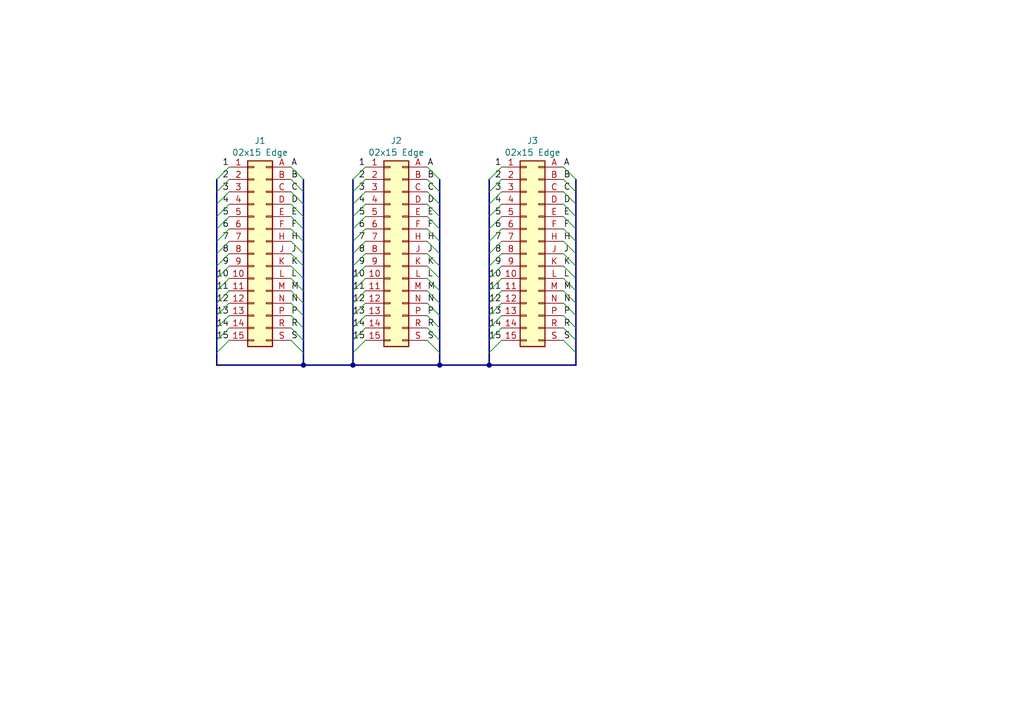
<source format=kicad_sch>
(kicad_sch (version 20231120) (generator "eeschema") (generator_version "8.0")
  (paper "A5")
  (title_block (title "Cart connector adapter for Atari 1200XL") (date "2024-10-20") (rev "1") (company "Decent Engineering"))
  (lib_symbols
    (symbol "VertiCart_Library:Conn_02x15_Atari_Cartridge_Edge" (pin_names (offset 1.016) hide)
      (property "Reference" "J1" (at 2.4822 19.812 90))
      (property "Value" "02x15 Edge" (at 0.0579 19.812 90))
      (symbol "Conn_02x15_Atari_Cartridge_Edge_1_1"
        (rectangle (start -1.27 -17.653) (end 0 -17.907) (stroke (width 0.1524)))
        (rectangle (start -1.27 -15.113) (end 0 -15.367) (stroke (width 0.1524)))
        (rectangle (start -1.27 -12.573) (end 0 -12.827) (stroke (width 0.1524)))
        (rectangle (start -1.27 -10.033) (end 0 -10.287) (stroke (width 0.1524)))
        (rectangle (start -1.27 -7.493) (end 0 -7.747) (stroke (width 0.1524)))
        (rectangle (start -1.27 -4.953) (end 0 -5.207) (stroke (width 0.1524)))
        (rectangle (start -1.27 -2.413) (end 0 -2.667) (stroke (width 0.1524)))
        (rectangle (start -1.27 0.127) (end 0 -0.127) (stroke (width 0.1524)))
        (rectangle (start -1.27 2.667) (end 0 2.413) (stroke (width 0.1524)))
        (rectangle (start -1.27 5.207) (end 0 4.953) (stroke (width 0.1524)))
        (rectangle (start -1.27 7.747) (end 0 7.493) (stroke (width 0.1524)))
        (rectangle (start -1.27 10.287) (end 0 10.033) (stroke (width 0.1524)))
        (rectangle (start -1.27 12.827) (end 0 12.573) (stroke (width 0.1524)))
        (rectangle (start -1.27 15.367) (end 0 15.113) (stroke (width 0.1524)))
        (rectangle (start -1.27 17.907) (end 0 17.653) (stroke (width 0.1524)))
        (rectangle (start -1.27 19.05) (end 3.81 -19.05) (stroke (width 0.254)) (fill (type background)))
        (rectangle (start 3.81 -17.653) (end 2.54 -17.907) (stroke (width 0.1524)))
        (rectangle (start 3.81 -15.113) (end 2.54 -15.367) (stroke (width 0.1524)))
        (rectangle (start 3.81 -12.573) (end 2.54 -12.827) (stroke (width 0.1524)))
        (rectangle (start 3.81 -10.033) (end 2.54 -10.287) (stroke (width 0.1524)))
        (rectangle (start 3.81 -7.493) (end 2.54 -7.747) (stroke (width 0.1524)))
        (rectangle (start 3.81 -4.953) (end 2.54 -5.207) (stroke (width 0.1524)))
        (rectangle (start 3.81 -2.413) (end 2.54 -2.667) (stroke (width 0.1524)))
        (rectangle (start 3.81 0.127) (end 2.54 -0.127) (stroke (width 0.1524)))
        (rectangle (start 3.81 2.667) (end 2.54 2.413) (stroke (width 0.1524)))
        (rectangle (start 3.81 5.207) (end 2.54 4.953) (stroke (width 0.1524)))
        (rectangle (start 3.81 7.747) (end 2.54 7.493) (stroke (width 0.1524)))
        (rectangle (start 3.81 10.287) (end 2.54 10.033) (stroke (width 0.1524)))
        (rectangle (start 3.81 12.827) (end 2.54 12.573) (stroke (width 0.1524)))
        (rectangle (start 3.81 15.367) (end 2.54 15.113) (stroke (width 0.1524)))
        (rectangle (start 3.81 17.907) (end 2.54 17.653) (stroke (width 0.1524)))
        (pin passive line (at -5.08 17.78 0) (length 3.81) (name "Pin_1") (number "1"))
        (pin passive line (at -5.08 -5.08 0) (length 3.81) (name "Pin_10") (number "10"))
        (pin passive line (at -5.08 -7.62 0) (length 3.81) (name "Pin_11") (number "11"))
        (pin passive line (at -5.08 -10.16 0) (length 3.81) (name "Pin_12") (number "12"))
        (pin passive line (at -5.08 -12.7 0) (length 3.81) (name "Pin_13") (number "13"))
        (pin passive line (at -5.08 -15.24 0) (length 3.81) (name "Pin_14") (number "14"))
        (pin passive line (at -5.08 -17.78 0) (length 3.81) (name "Pin_15") (number "15"))
        (pin passive line (at -5.08 15.24 0) (length 3.81) (name "Pin_2") (number "2"))
        (pin passive line (at -5.08 12.7 0) (length 3.81) (name "Pin_3") (number "3"))
        (pin passive line (at -5.08 10.16 0) (length 3.81) (name "Pin_4") (number "4"))
        (pin passive line (at -5.08 7.62 0) (length 3.81) (name "Pin_5") (number "5"))
        (pin passive line (at -5.08 5.08 0) (length 3.81) (name "Pin_6") (number "6"))
        (pin passive line (at -5.08 2.54 0) (length 3.81) (name "Pin_7") (number "7"))
        (pin passive line (at -5.08 0 0) (length 3.81) (name "Pin_8") (number "8"))
        (pin passive line (at -5.08 -2.54 0) (length 3.81) (name "Pin_9") (number "9"))
        (pin passive line (at 7.62 17.78 180) (length 3.81) (name "Pin_16") (number "A"))
        (pin passive line (at 7.62 15.24 180) (length 3.81) (name "Pin_17") (number "B"))
        (pin passive line (at 7.62 12.7 180) (length 3.81) (name "Pin_18") (number "C"))
        (pin passive line (at 7.62 10.16 180) (length 3.81) (name "Pin_19") (number "D"))
        (pin passive line (at 7.62 7.62 180) (length 3.81) (name "Pin_20") (number "E"))
        (pin passive line (at 7.62 5.08 180) (length 3.81) (name "Pin_21") (number "F"))
        (pin passive line (at 7.62 2.54 180) (length 3.81) (name "Pin_22") (number "H"))
        (pin passive line (at 7.62 0 180) (length 3.81) (name "Pin_23") (number "J"))
        (pin passive line (at 7.62 -2.54 180) (length 3.81) (name "Pin_24") (number "K"))
        (pin passive line (at 7.62 -5.08 180) (length 3.81) (name "Pin_25") (number "L"))
        (pin passive line (at 7.62 -7.62 180) (length 3.81) (name "Pin_26") (number "M"))
        (pin passive line (at 7.62 -10.16 180) (length 3.81) (name "Pin_27") (number "N"))
        (pin passive line (at 7.62 -12.7 180) (length 3.81) (name "Pin_28") (number "P"))
        (pin passive line (at 7.62 -15.24 180) (length 3.81) (name "Pin_29") (number "R"))
        (pin passive line (at 7.62 -17.78 180) (length 3.81) (name "Pin_30") (number "S"))
      )
    )
  )
  (junction (at 62.23 74.93))
  (junction (at 72.39 74.93))
  (junction (at 100.33 74.93))
  (junction (at 90.17 74.93))
  (bus_entry (at 46.99 67.31) (size -2.54 2.54))
  (bus_entry (at 102.87 36.83) (size -2.54 2.54))
  (bus_entry (at 115.57 57.15) (size 2.54 2.54))
  (bus_entry (at 115.57 39.37) (size 2.54 2.54))
  (bus_entry (at 46.99 36.83) (size -2.54 2.54))
  (bus_entry (at 115.57 49.53) (size 2.54 2.54))
  (bus_entry (at 102.87 39.37) (size -2.54 2.54))
  (bus_entry (at 115.57 67.31) (size 2.54 2.54))
  (bus_entry (at 74.93 62.23) (size -2.54 2.54))
  (bus_entry (at 46.99 57.15) (size -2.54 2.54))
  (bus_entry (at 74.93 41.91) (size -2.54 2.54))
  (bus_entry (at 74.93 67.31) (size -2.54 2.54))
  (bus_entry (at 59.69 69.85) (size 2.54 2.54))
  (bus_entry (at 59.69 44.45) (size 2.54 2.54))
  (bus_entry (at 59.69 49.53) (size 2.54 2.54))
  (bus_entry (at 46.99 39.37) (size -2.54 2.54))
  (bus_entry (at 74.93 54.61) (size -2.54 2.54))
  (bus_entry (at 102.87 34.29) (size -2.54 2.54))
  (bus_entry (at 59.69 36.83) (size 2.54 2.54))
  (bus_entry (at 74.93 49.53) (size -2.54 2.54))
  (bus_entry (at 74.93 52.07) (size -2.54 2.54))
  (bus_entry (at 59.69 64.77) (size 2.54 2.54))
  (bus_entry (at 87.63 34.29) (size 2.54 2.54))
  (bus_entry (at 102.87 54.61) (size -2.54 2.54))
  (bus_entry (at 87.63 69.85) (size 2.54 2.54))
  (bus_entry (at 87.63 49.53) (size 2.54 2.54))
  (bus_entry (at 46.99 52.07) (size -2.54 2.54))
  (bus_entry (at 87.63 64.77) (size 2.54 2.54))
  (bus_entry (at 46.99 44.45) (size -2.54 2.54))
  (bus_entry (at 115.57 36.83) (size 2.54 2.54))
  (bus_entry (at 46.99 34.29) (size -2.54 2.54))
  (bus_entry (at 87.63 54.61) (size 2.54 2.54))
  (bus_entry (at 59.69 39.37) (size 2.54 2.54))
  (bus_entry (at 87.63 36.83) (size 2.54 2.54))
  (bus_entry (at 74.93 44.45) (size -2.54 2.54))
  (bus_entry (at 46.99 49.53) (size -2.54 2.54))
  (bus_entry (at 102.87 52.07) (size -2.54 2.54))
  (bus_entry (at 59.69 46.99) (size 2.54 2.54))
  (bus_entry (at 102.87 49.53) (size -2.54 2.54))
  (bus_entry (at 102.87 67.31) (size -2.54 2.54))
  (bus_entry (at 87.63 44.45) (size 2.54 2.54))
  (bus_entry (at 59.69 59.69) (size 2.54 2.54))
  (bus_entry (at 59.69 52.07) (size 2.54 2.54))
  (bus_entry (at 115.57 46.99) (size 2.54 2.54))
  (bus_entry (at 87.63 62.23) (size 2.54 2.54))
  (bus_entry (at 102.87 62.23) (size -2.54 2.54))
  (bus_entry (at 46.99 69.85) (size -2.54 2.54))
  (bus_entry (at 74.93 59.69) (size -2.54 2.54))
  (bus_entry (at 102.87 46.99) (size -2.54 2.54))
  (bus_entry (at 46.99 62.23) (size -2.54 2.54))
  (bus_entry (at 115.57 34.29) (size 2.54 2.54))
  (bus_entry (at 59.69 62.23) (size 2.54 2.54))
  (bus_entry (at 102.87 59.69) (size -2.54 2.54))
  (bus_entry (at 46.99 64.77) (size -2.54 2.54))
  (bus_entry (at 59.69 57.15) (size 2.54 2.54))
  (bus_entry (at 74.93 46.99) (size -2.54 2.54))
  (bus_entry (at 87.63 67.31) (size 2.54 2.54))
  (bus_entry (at 74.93 39.37) (size -2.54 2.54))
  (bus_entry (at 102.87 69.85) (size -2.54 2.54))
  (bus_entry (at 87.63 46.99) (size 2.54 2.54))
  (bus_entry (at 102.87 41.91) (size -2.54 2.54))
  (bus_entry (at 74.93 36.83) (size -2.54 2.54))
  (bus_entry (at 115.57 62.23) (size 2.54 2.54))
  (bus_entry (at 59.69 34.29) (size 2.54 2.54))
  (bus_entry (at 74.93 57.15) (size -2.54 2.54))
  (bus_entry (at 59.69 67.31) (size 2.54 2.54))
  (bus_entry (at 46.99 59.69) (size -2.54 2.54))
  (bus_entry (at 115.57 64.77) (size 2.54 2.54))
  (bus_entry (at 59.69 54.61) (size 2.54 2.54))
  (bus_entry (at 87.63 59.69) (size 2.54 2.54))
  (bus_entry (at 87.63 39.37) (size 2.54 2.54))
  (bus_entry (at 115.57 41.91) (size 2.54 2.54))
  (bus_entry (at 115.57 54.61) (size 2.54 2.54))
  (bus_entry (at 115.57 52.07) (size 2.54 2.54))
  (bus_entry (at 59.69 41.91) (size 2.54 2.54))
  (bus_entry (at 87.63 52.07) (size 2.54 2.54))
  (bus_entry (at 115.57 44.45) (size 2.54 2.54))
  (bus_entry (at 102.87 64.77) (size -2.54 2.54))
  (bus_entry (at 46.99 46.99) (size -2.54 2.54))
  (bus_entry (at 46.99 54.61) (size -2.54 2.54))
  (bus_entry (at 87.63 57.15) (size 2.54 2.54))
  (bus_entry (at 87.63 41.91) (size 2.54 2.54))
  (bus_entry (at 102.87 44.45) (size -2.54 2.54))
  (bus_entry (at 115.57 69.85) (size 2.54 2.54))
  (bus_entry (at 102.87 57.15) (size -2.54 2.54))
  (bus_entry (at 74.93 64.77) (size -2.54 2.54))
  (bus_entry (at 74.93 34.29) (size -2.54 2.54))
  (bus_entry (at 74.93 69.85) (size -2.54 2.54))
  (bus_entry (at 46.99 41.91) (size -2.54 2.54))
  (bus_entry (at 115.57 59.69) (size 2.54 2.54))
  (bus (pts (xy 118.11 59.69) (xy 118.11 62.23)))
  (bus (pts (xy 62.23 72.39) (xy 62.23 74.93)))
  (bus (pts (xy 100.33 49.53) (xy 100.33 52.07)))
  (bus (pts (xy 44.45 46.99) (xy 44.45 49.53)))
  (bus (pts (xy 62.23 46.99) (xy 62.23 49.53)))
  (bus (pts (xy 72.39 72.39) (xy 72.39 74.93)))
  (bus (pts (xy 44.45 52.07) (xy 44.45 54.61)))
  (bus (pts (xy 90.17 57.15) (xy 90.17 59.69)))
  (bus (pts (xy 90.17 44.45) (xy 90.17 46.99)))
  (bus (pts (xy 72.39 36.83) (xy 72.39 39.37)))
  (bus (pts (xy 72.39 54.61) (xy 72.39 57.15)))
  (bus (pts (xy 44.45 67.31) (xy 44.45 69.85)))
  (bus (pts (xy 100.33 74.93) (xy 118.11 74.93)))
  (bus (pts (xy 118.11 49.53) (xy 118.11 52.07)))
  (bus (pts (xy 44.45 39.37) (xy 44.45 41.91)))
  (bus (pts (xy 90.17 62.23) (xy 90.17 64.77)))
  (bus (pts (xy 72.39 41.91) (xy 72.39 44.45)))
  (bus (pts (xy 44.45 36.83) (xy 44.45 39.37)))
  (bus (pts (xy 100.33 57.15) (xy 100.33 59.69)))
  (bus (pts (xy 62.23 67.31) (xy 62.23 69.85)))
  (bus (pts (xy 44.45 57.15) (xy 44.45 59.69)))
  (bus (pts (xy 44.45 44.45) (xy 44.45 46.99)))
  (bus (pts (xy 100.33 54.61) (xy 100.33 57.15)))
  (bus (pts (xy 90.17 69.85) (xy 90.17 72.39)))
  (bus (pts (xy 62.23 57.15) (xy 62.23 59.69)))
  (bus (pts (xy 90.17 46.99) (xy 90.17 49.53)))
  (bus (pts (xy 100.33 52.07) (xy 100.33 54.61)))
  (bus (pts (xy 118.11 64.77) (xy 118.11 67.31)))
  (bus (pts (xy 118.11 39.37) (xy 118.11 41.91)))
  (bus (pts (xy 90.17 64.77) (xy 90.17 67.31)))
  (bus (pts (xy 90.17 41.91) (xy 90.17 44.45)))
  (bus (pts (xy 118.11 44.45) (xy 118.11 46.99)))
  (bus (pts (xy 72.39 49.53) (xy 72.39 52.07)))
  (bus (pts (xy 100.33 41.91) (xy 100.33 44.45)))
  (bus (pts (xy 100.33 62.23) (xy 100.33 64.77)))
  (bus (pts (xy 72.39 39.37) (xy 72.39 41.91)))
  (bus (pts (xy 72.39 59.69) (xy 72.39 62.23)))
  (bus (pts (xy 62.23 74.93) (xy 72.39 74.93)))
  (bus (pts (xy 100.33 39.37) (xy 100.33 41.91)))
  (bus (pts (xy 72.39 64.77) (xy 72.39 67.31)))
  (bus (pts (xy 90.17 59.69) (xy 90.17 62.23)))
  (bus (pts (xy 72.39 46.99) (xy 72.39 49.53)))
  (bus (pts (xy 100.33 59.69) (xy 100.33 62.23)))
  (bus (pts (xy 90.17 36.83) (xy 90.17 39.37)))
  (bus (pts (xy 118.11 46.99) (xy 118.11 49.53)))
  (bus (pts (xy 62.23 62.23) (xy 62.23 64.77)))
  (bus (pts (xy 118.11 67.31) (xy 118.11 69.85)))
  (bus (pts (xy 62.23 59.69) (xy 62.23 62.23)))
  (bus (pts (xy 72.39 57.15) (xy 72.39 59.69)))
  (bus (pts (xy 62.23 49.53) (xy 62.23 52.07)))
  (bus (pts (xy 90.17 67.31) (xy 90.17 69.85)))
  (bus (pts (xy 44.45 59.69) (xy 44.45 62.23)))
  (bus (pts (xy 90.17 39.37) (xy 90.17 41.91)))
  (bus (pts (xy 118.11 36.83) (xy 118.11 39.37)))
  (bus (pts (xy 62.23 39.37) (xy 62.23 41.91)))
  (bus (pts (xy 100.33 67.31) (xy 100.33 69.85)))
  (bus (pts (xy 118.11 41.91) (xy 118.11 44.45)))
  (bus (pts (xy 100.33 64.77) (xy 100.33 67.31)))
  (bus (pts (xy 118.11 74.93) (xy 118.11 72.39)))
  (bus (pts (xy 118.11 54.61) (xy 118.11 57.15)))
  (bus (pts (xy 100.33 74.93) (xy 100.33 72.39)))
  (bus (pts (xy 100.33 36.83) (xy 100.33 39.37)))
  (bus (pts (xy 72.39 52.07) (xy 72.39 54.61)))
  (bus (pts (xy 62.23 54.61) (xy 62.23 57.15)))
  (bus (pts (xy 118.11 52.07) (xy 118.11 54.61)))
  (bus (pts (xy 118.11 62.23) (xy 118.11 64.77)))
  (bus (pts (xy 62.23 64.77) (xy 62.23 67.31)))
  (bus (pts (xy 44.45 54.61) (xy 44.45 57.15)))
  (bus (pts (xy 62.23 52.07) (xy 62.23 54.61)))
  (bus (pts (xy 62.23 44.45) (xy 62.23 46.99)))
  (bus (pts (xy 72.39 62.23) (xy 72.39 64.77)))
  (bus (pts (xy 72.39 67.31) (xy 72.39 69.85)))
  (bus (pts (xy 118.11 57.15) (xy 118.11 59.69)))
  (bus (pts (xy 118.11 69.85) (xy 118.11 72.39)))
  (bus (pts (xy 62.23 36.83) (xy 62.23 39.37)))
  (bus (pts (xy 44.45 64.77) (xy 44.45 67.31)))
  (bus (pts (xy 90.17 52.07) (xy 90.17 54.61)))
  (bus (pts (xy 44.45 74.93) (xy 62.23 74.93)))
  (bus (pts (xy 44.45 69.85) (xy 44.45 72.39)))
  (bus (pts (xy 100.33 46.99) (xy 100.33 49.53)))
  (bus (pts (xy 44.45 41.91) (xy 44.45 44.45)))
  (bus (pts (xy 72.39 69.85) (xy 72.39 72.39)))
  (bus (pts (xy 44.45 72.39) (xy 44.45 74.93)))
  (bus (pts (xy 90.17 72.39) (xy 90.17 74.93)))
  (bus (pts (xy 44.45 49.53) (xy 44.45 52.07)))
  (bus (pts (xy 90.17 74.93) (xy 100.33 74.93)))
  (bus (pts (xy 90.17 54.61) (xy 90.17 57.15)))
  (bus (pts (xy 100.33 69.85) (xy 100.33 72.39)))
  (bus (pts (xy 62.23 41.91) (xy 62.23 44.45)))
  (bus (pts (xy 72.39 74.93) (xy 90.17 74.93)))
  (bus (pts (xy 72.39 44.45) (xy 72.39 46.99)))
  (bus (pts (xy 44.45 62.23) (xy 44.45 64.77)))
  (bus (pts (xy 90.17 49.53) (xy 90.17 52.07)))
  (bus (pts (xy 62.23 69.85) (xy 62.23 72.39)))
  (bus (pts (xy 100.33 44.45) (xy 100.33 46.99)))
  (label "1" (at 46.99 34.29 180))
  (label "N" (at 87.63 62.23 0))
  (label "15" (at 102.87 69.85 180))
  (label "A" (at 59.69 34.29 0))
  (label "4" (at 74.93 41.91 180))
  (label "A" (at 87.63 34.29 0))
  (label "6" (at 102.87 46.99 180))
  (label "2" (at 102.87 36.83 180))
  (label "15" (at 46.99 69.85 180))
  (label "K" (at 87.63 54.61 0))
  (label "C" (at 115.57 39.37 0))
  (label "5" (at 74.93 44.45 180))
  (label "D" (at 59.69 41.91 0))
  (label "B" (at 87.63 36.83 0))
  (label "D" (at 87.63 41.91 0))
  (label "11" (at 46.99 59.69 180))
  (label "6" (at 46.99 46.99 180))
  (label "4" (at 46.99 41.91 180))
  (label "K" (at 115.57 54.61 0))
  (label "11" (at 74.93 59.69 180))
  (label "E" (at 59.69 44.45 0))
  (label "H" (at 59.69 49.53 0))
  (label "3" (at 46.99 39.37 180))
  (label "1" (at 102.87 34.29 180))
  (label "P" (at 115.57 64.77 0))
  (label "13" (at 102.87 64.77 180))
  (label "A" (at 115.57 34.29 0))
  (label "H" (at 115.57 49.53 0))
  (label "B" (at 115.57 36.83 0))
  (label "12" (at 74.93 62.23 180))
  (label "14" (at 74.93 67.31 180))
  (label "10" (at 74.93 57.15 180))
  (label "M" (at 115.57 59.69 0))
  (label "F" (at 87.63 46.99 0))
  (label "8" (at 74.93 52.07 180))
  (label "10" (at 102.87 57.15 180))
  (label "9" (at 102.87 54.61 180))
  (label "7" (at 46.99 49.53 180))
  (label "4" (at 102.87 41.91 180))
  (label "5" (at 46.99 44.45 180))
  (label "10" (at 46.99 57.15 180))
  (label "9" (at 74.93 54.61 180))
  (label "R" (at 115.57 67.31 0))
  (label "14" (at 102.87 67.31 180))
  (label "P" (at 87.63 64.77 0))
  (label "L" (at 59.69 57.15 0))
  (label "1" (at 74.93 34.29 180))
  (label "7" (at 74.93 49.53 180))
  (label "14" (at 46.99 67.31 180))
  (label "F" (at 115.57 46.99 0))
  (label "8" (at 102.87 52.07 180))
  (label "F" (at 59.69 46.99 0))
  (label "K" (at 59.69 54.61 0))
  (label "8" (at 46.99 52.07 180))
  (label "13" (at 46.99 64.77 180))
  (label "C" (at 59.69 39.37 0))
  (label "2" (at 46.99 36.83 180))
  (label "7" (at 102.87 49.53 180))
  (label "12" (at 46.99 62.23 180))
  (label "B" (at 59.69 36.83 0))
  (label "13" (at 74.93 64.77 180))
  (label "3" (at 74.93 39.37 180))
  (label "E" (at 115.57 44.45 0))
  (label "H" (at 87.63 49.53 0))
  (label "L" (at 87.63 57.15 0))
  (label "M" (at 59.69 59.69 0))
  (label "5" (at 102.87 44.45 180))
  (label "11" (at 102.87 59.69 180))
  (label "S" (at 59.69 69.85 0))
  (label "R" (at 87.63 67.31 0))
  (label "J" (at 59.69 52.07 0))
  (label "D" (at 115.57 41.91 0))
  (label "L" (at 115.57 57.15 0))
  (label "N" (at 59.69 62.23 0))
  (label "R" (at 59.69 67.31 0))
  (label "M" (at 87.63 59.69 0))
  (label "12" (at 102.87 62.23 180))
  (label "9" (at 46.99 54.61 180))
  (label "E" (at 87.63 44.45 0))
  (label "J" (at 115.57 52.07 0))
  (label "2" (at 74.93 36.83 180))
  (label "15" (at 74.93 69.85 180))
  (label "P" (at 59.69 64.77 0))
  (label "C" (at 87.63 39.37 0))
  (label "S" (at 87.63 69.85 0))
  (label "6" (at 74.93 46.99 180))
  (label "3" (at 102.87 39.37 180))
  (label "N" (at 115.57 62.23 0))
  (label "J" (at 87.63 52.07 0))
  (label "S" (at 115.57 69.85 0))
  (symbol (lib_id "VertiCart_Library:Conn_02x15_Atari_Cartridge_Edge") (at 80.01 52.07 0) (unit 1)
    (property "Reference" "J2" (at 81.28 28.8755 0))
    (property "Value" "02x15 Edge" (at 81.28 31.2998 0))
    (property "Footprint" "Library:Atari_Cartridge_Connector" (effects (hide yes)))
    (property "Description" "Generic connector, double row, 02x15, top/bottom pin numbering scheme (row 1: 1...pins_per_row, row2: pins_per_row+1 ... num_pins), script generated (kicad-library-utils/schlib/autogen/connector/)" (effects (hide yes)))
  )
  (symbol (lib_id "VertiCart_Library:Conn_02x15_Atari_Cartridge_Edge") (at 52.07 52.07 0) (unit 1)
    (property "Reference" "J1" (at 53.34 28.8755 0))
    (property "Value" "02x15 Edge" (at 53.34 31.2998 0))
    (property "Footprint" "Library:Atari_Cartridge_Connector" (effects (hide yes)))
    (property "Description" "Generic connector, double row, 02x15, top/bottom pin numbering scheme (row 1: 1...pins_per_row, row2: pins_per_row+1 ... num_pins), script generated (kicad-library-utils/schlib/autogen/connector/)" (effects (hide yes)))
  )
  (symbol (lib_id "VertiCart_Library:Conn_02x15_Atari_Cartridge_Edge") (at 107.95 52.07 0) (unit 1)
    (property "Reference" "J3" (at 109.22 28.8755 0))
    (property "Value" "02x15 Edge" (at 109.22 31.2998 0))
    (property "Footprint" "Connector_PinHeader_2.54mm:PinHeader_2x15_P2.54mm_Vertical" (effects (hide yes)))
    (property "Description" "Generic connector, double row, 02x15, top/bottom pin numbering scheme (row 1: 1...pins_per_row, row2: pins_per_row+1 ... num_pins), script generated (kicad-library-utils/schlib/autogen/connector/)" (effects (hide yes)))
  )
)
</source>
